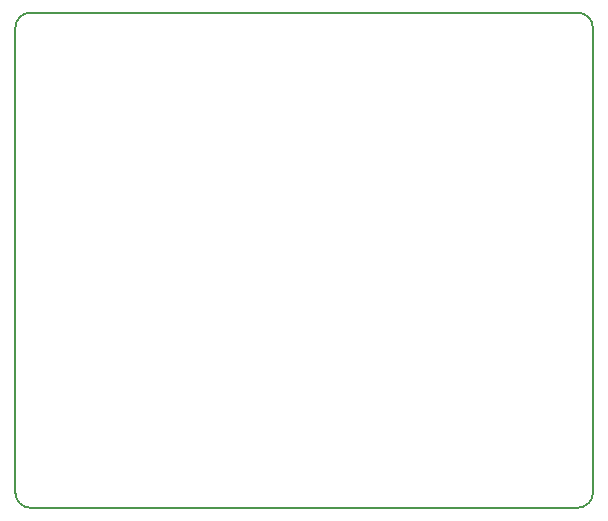
<source format=gm1>
G04 #@! TF.FileFunction,Profile,NP*
%FSLAX46Y46*%
G04 Gerber Fmt 4.6, Leading zero omitted, Abs format (unit mm)*
G04 Created by KiCad (PCBNEW 4.0.7) date 08/20/19 18:24:22*
%MOMM*%
%LPD*%
G01*
G04 APERTURE LIST*
%ADD10C,0.100000*%
%ADD11C,0.150000*%
G04 APERTURE END LIST*
D10*
D11*
X147955000Y-99060000D02*
X147955000Y-138430000D01*
X100330000Y-97790000D02*
X146685000Y-97790000D01*
X99060000Y-138430000D02*
X99060000Y-99060000D01*
X146685000Y-139700000D02*
X100330000Y-139700000D01*
X147955000Y-99060000D02*
G75*
G03X146685000Y-97790000I-1270000J0D01*
G01*
X100330000Y-97790000D02*
G75*
G03X99060000Y-99060000I0J-1270000D01*
G01*
X146685000Y-139700000D02*
G75*
G03X147955000Y-138430000I0J1270000D01*
G01*
X99060000Y-138430000D02*
G75*
G03X100330000Y-139700000I1270000J0D01*
G01*
M02*

</source>
